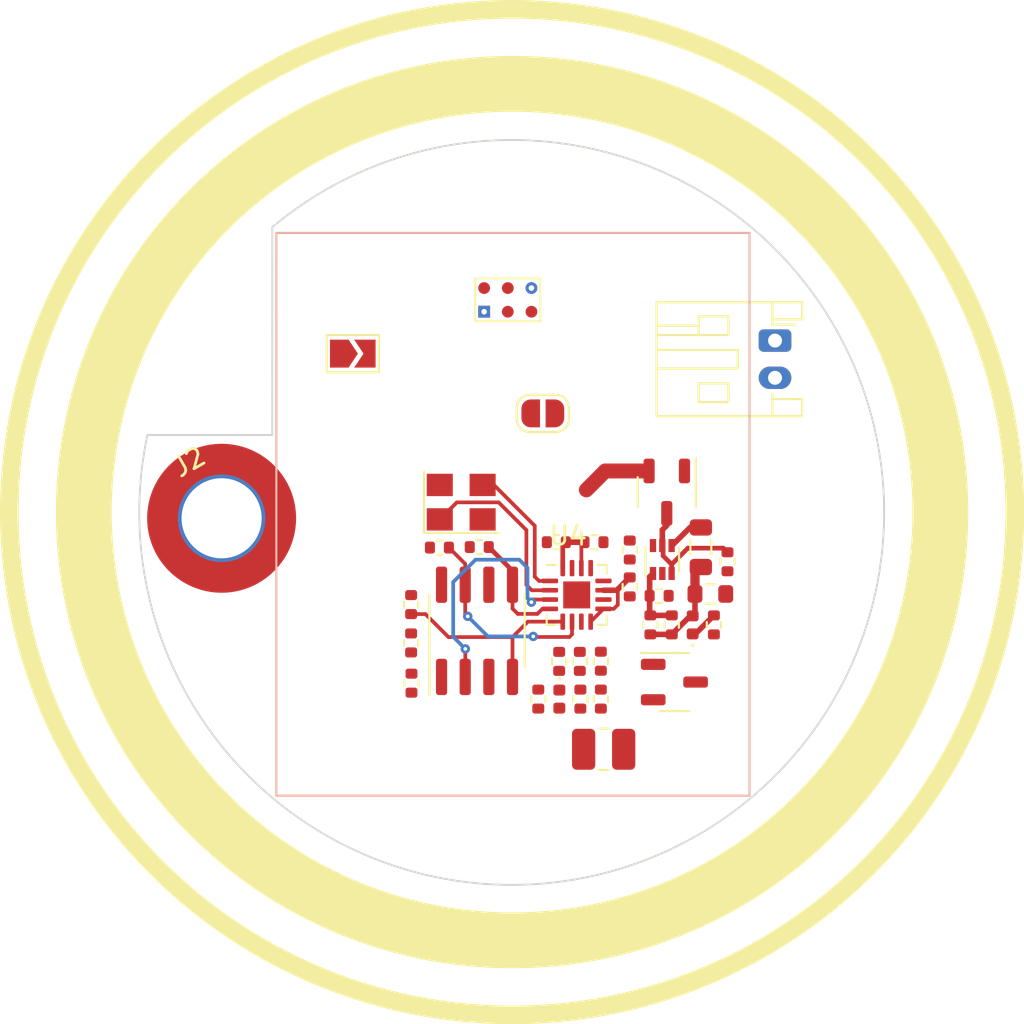
<source format=kicad_pcb>
(kicad_pcb (version 20240108) (generator "pcbnew") (generator_version "8.0")
  (layers (0 "F.Cu" signal) (31 "B.Cu" signal) (34 "B.Paste" user) (35 "F.Paste" user) (36 "B.SilkS" user "B.Silkscreen") (37 "F.SilkS" user "F.Silkscreen") (38 "B.Mask" user) (39 "F.Mask" user) (44 "Edge.Cuts" user))
  (net 0 "")
  (net 1 "Net-(BT1-+)")
  (net 2 "GND")
  (net 3 "Net-(BZ1-+)")
  (net 4 "+3V3")
  (net 5 "/~{TX_EN}")
  (net 6 "Net-(C7-Pad1)")
  (net 7 "Net-(U3-FB)")
  (net 8 "Net-(D1-K)")
  (net 9 "Net-(D1-A)")
  (net 10 "/MCU_UPDI")
  (net 11 "/MCU_SDA")
  (net 12 "/MCU_SCL")
  (net 13 "/MCU_DAC0")
  (net 14 "Net-(U3-SW)")
  (net 15 "Net-(Q1-D)")
  (net 16 "Net-(Q1-G)")
  (net 17 "Net-(U2-XA)")
  (net 18 "Net-(U2-XB)")
  (net 22 "Net-(D2-OUT)")
  (net 23 "Net-(D3-K)")
  (net 24 "/CLK2_T")
  (net 25 "/CLK2")
  (footprint "Inductor_SMD:L_1008_2520Metric" (layer "F.Cu") (at 60.5775 81.3975 180)
    (property "Reference" "L1" (hide yes))
    (property "Value" "220uH")
    (fp_line (start -0.261252 1.11) (end 0.261252 1.11) (stroke (width 0.12)) (layer "F.SilkS"))
    (fp_line (start -0.261252 -1.11) (end 0.261252 -1.11) (stroke (width 0.12)) (layer "F.SilkS"))
    (pad "1" smd roundrect (at -1.075 0 180) (size 1.25 2.2) (layers "F.Cu" "F.Paste" "F.Mask") (roundrect_rratio 0.2) (net 6 "Net-(C7-Pad1)"))
    (pad "2" smd roundrect (at 1.075 0 180) (size 1.25 2.2) (layers "F.Cu" "F.Paste" "F.Mask") (roundrect_rratio 0.2) (net 4 "+3V3"))
  )
  (footprint "Resistor_SMD:R_0402_1005Metric" (layer "F.Cu") (at 59.3275 78.7025 90)
    (property "Reference" "R6" (hide yes))
    (property "Value" "10")
    (fp_line (start -0.153641 -0.38) (end 0.153641 -0.38) (stroke (width 0.12)) (layer "F.SilkS"))
    (fp_line (start -0.153641 0.38) (end 0.153641 0.38) (stroke (width 0.12)) (layer "F.SilkS"))
    (pad "1" smd roundrect (at -0.51 0 90) (size 0.54 0.64) (layers "F.Cu" "F.Paste" "F.Mask") (net 9 "Net-(D1-A)"))
    (pad "2" smd roundrect (at 0.51 0 90) (size 0.54 0.64) (layers "F.Cu" "F.Paste" "F.Mask") (net 16 "Net-(Q1-G)"))
  )
  (footprint "Resistor_SMD:R_0402_1005Metric" (layer "F.Cu") (at 60.4275 78.7025 -90)
    (property "Reference" "R7" (hide yes))
    (property "Value" "5M")
    (fp_line (start -0.153641 0.38) (end 0.153641 0.38) (stroke (width 0.12)) (layer "F.SilkS"))
    (fp_line (start -0.153641 -0.38) (end 0.153641 -0.38) (stroke (width 0.12)) (layer "F.SilkS"))
    (pad "1" smd roundrect (at -0.51 0 270) (size 0.54 0.64) (layers "F.Cu" "F.Paste" "F.Mask") (net 16 "Net-(Q1-G)"))
    (pad "2" smd roundrect (at 0.51 0 270) (size 0.54 0.64) (layers "F.Cu" "F.Paste" "F.Mask") (net 2 "GND"))
  )
  (footprint "Resistor_SMD:R_0402_1005Metric" (layer "F.Cu") (at 53.8975 70.5375)
    (property "Reference" "R2" (hide yes))
    (property "Value" "1k8")
    (fp_line (start -0.153641 -0.38) (end 0.153641 -0.38) (stroke (width 0.12)) (layer "F.SilkS"))
    (fp_line (start -0.153641 0.38) (end 0.153641 0.38) (stroke (width 0.12)) (layer "F.SilkS"))
    (pad "1" smd roundrect (at -0.51 0) (size 0.54 0.64) (layers "F.Cu" "F.Paste" "F.Mask") (net 4 "+3V3"))
    (pad "2" smd roundrect (at 0.51 0) (size 0.54 0.64) (layers "F.Cu" "F.Paste" "F.Mask") (net 12 "/MCU_SCL"))
  )
  (footprint "Library:JST_PH_HORIZONTAL_WITH_BATTERY_3" (layer "F.Cu") (at 69.780003 59.45 -90)
    (property "Reference" "BT1" (hide yes))
    (property "Value" "JST Battery Connector" (hide yes))
    (fp_poly (pts (xy -5.779999 26.78) (xy -5.779999 1.370001) (xy 24.44 1.37) (xy 24.44 26.78)) (stroke (width 0.12)) (fill none) (layer "B.SilkS"))
    (fp_line (start -2.06 6.36) (end 4.06 6.36) (stroke (width 0.12)) (layer "F.SilkS"))
    (fp_line (start 0.5 6.36) (end 0.5 2) (stroke (width 0.12)) (layer "F.SilkS"))
    (fp_line (start 4.06 6.36) (end 4.06 -1.46) (stroke (width 0.12)) (layer "F.SilkS"))
    (fp_line (start -1.3 4.1) (end -0.3 4.1) (stroke (width 0.12)) (layer "F.SilkS"))
    (fp_line (start -0.8 4.1) (end -0.8 6.36) (stroke (width 0.12)) (layer "F.SilkS"))
    (fp_line (start -0.3 4.1) (end -0.3 6.36) (stroke (width 0.12)) (layer "F.SilkS"))
    (fp_line (start -0.3 4.1) (end -0.3 2.5) (stroke (width 0.12)) (layer "F.SilkS"))
    (fp_line (start 2.3 4.1) (end 2.3 2.5) (stroke (width 0.12)) (layer "F.SilkS"))
    (fp_line (start 3.3 4.1) (end 2.3 4.1) (stroke (width 0.12)) (layer "F.SilkS"))
    (fp_line (start -1.3 2.5) (end -1.3 4.1) (stroke (width 0.12)) (layer "F.SilkS"))
    (fp_line (start -0.3 2.5) (end -1.3 2.5) (stroke (width 0.12)) (layer "F.SilkS"))
    (fp_line (start 2.3 2.5) (end 3.3 2.5) (stroke (width 0.12)) (layer "F.SilkS"))
    (fp_line (start 3.3 2.5) (end 3.3 4.1) (stroke (width 0.12)) (layer "F.SilkS"))
    (fp_line (start 0.5 2) (end 1.5 2) (stroke (width 0.12)) (layer "F.SilkS"))
    (fp_line (start 1.5 2) (end 1.5 6.36) (stroke (width 0.12)) (layer "F.SilkS"))
    (fp_line (start -2.06 0.14) (end -1.14 0.14) (stroke (width 0.12)) (layer "F.SilkS"))
    (fp_line (start -1.14 0.14) (end -1.14 -1.46) (stroke (width 0.12)) (layer "F.SilkS"))
    (fp_line (start -0.86 0.14) (end -1.14 0.14) (stroke (width 0.12)) (layer "F.SilkS"))
    (fp_line (start -0.86 0.14) (end -0.86 -1.075) (stroke (width 0.12)) (layer "F.SilkS"))
    (fp_line (start 3.14 0.14) (end 2.86 0.14) (stroke (width 0.12)) (layer "F.SilkS"))
    (fp_line (start 4.06 0.14) (end 3.14 0.14) (stroke (width 0.12)) (layer "F.SilkS"))
    (fp_line (start -2.06 -1.46) (end -2.06 6.36) (stroke (width 0.12)) (layer "F.SilkS"))
    (fp_line (start -1.14 -1.46) (end -2.06 -1.46) (stroke (width 0.12)) (layer "F.SilkS"))
    (fp_line (start 3.14 -1.46) (end 3.14 0.14) (stroke (width 0.12)) (layer "F.SilkS"))
    (fp_line (start 4.06 -1.46) (end 3.14 -1.46) (stroke (width 0.12)) (layer "F.SilkS"))
    (pad "1" thru_hole roundrect (at 0 0 270) (size 1.2 1.75) (drill 0.75) (layers "*.Cu" "*.Mask") (roundrect_rratio 0.208333) (net 1 "Net-(BT1-+)"))
    (pad "2" thru_hole oval (at 2 0 270) (size 1.2 1.75) (drill 0.75) (layers "*.Cu" "*.Mask") (net 2 "GND"))
  )
  (footprint "Resistor_SMD:R_0402_1005Metric" (layer "F.Cu") (at 50.2375 75.6875 90)
    (property "Reference" "C1" (hide yes))
    (property "Value" "100nF")
    (fp_line (start -0.153641 -0.38) (end 0.153641 -0.38) (stroke (width 0.12)) (layer "F.SilkS"))
    (fp_line (start -0.153641 0.38) (end 0.153641 0.38) (stroke (width 0.12)) (layer "F.SilkS"))
    (pad "1" smd roundrect (at -0.51 0 90) (size 0.54 0.64) (layers "F.Cu" "F.Paste" "F.Mask") (net 4 "+3V3"))
    (pad "2" smd roundrect (at 0.51 0 90) (size 0.54 0.64) (layers "F.Cu" "F.Paste" "F.Mask") (net 2 "GND"))
  )
  (footprint "Package_TO_SOT_SMD:SOT-23-3" (layer "F.Cu") (at 64.3775 77.7875)
    (property "Reference" "Q1" (hide yes))
    (property "Value" "MMUN2238LT1G")
    (fp_line (start 0 -1.56) (end -1.8 -1.56) (stroke (width 0.12)) (layer "F.SilkS"))
    (fp_line (start 0 -1.56) (end 0.8 -1.56) (stroke (width 0.12)) (layer "F.SilkS"))
    (fp_line (start 0 1.56) (end -0.8 1.56) (stroke (width 0.12)) (layer "F.SilkS"))
    (fp_line (start 0 1.56) (end 0.8 1.56) (stroke (width 0.12)) (layer "F.SilkS"))
    (pad "1" smd roundrect (at -1.1375 -0.95) (size 1.325 0.6) (layers "F.Cu" "F.Paste" "F.Mask") (net 15 "Net-(Q1-D)"))
    (pad "2" smd roundrect (at -1.1375 0.95) (size 1.325 0.6) (layers "F.Cu" "F.Paste" "F.Mask") (net 2 "GND"))
    (pad "3" smd roundrect (at 1.1375 0) (size 1.325 0.6) (layers "F.Cu" "F.Paste" "F.Mask") (net 16 "Net-(Q1-G)"))
  )
  (footprint "Package_TO_SOT_SMD:SOT-563" (layer "F.Cu") (at 63.7275 71.2075 90)
    (property "Reference" "U3" (hide yes))
    (property "Value" "TLV62568DRL")
    (fp_line (start -0.9 -0.9) (end 0.65 -0.9) (stroke (width 0.12)) (layer "F.SilkS"))
    (fp_line (start 0.65 0.9) (end -0.65 0.9) (stroke (width 0.12)) (layer "F.SilkS"))
    (pad "1" smd rect (at -0.75 -0.5 90) (size 0.7 0.34) (layers "F.Cu" "F.Paste" "F.Mask") (net 7 "Net-(U3-FB)"))
    (pad "2" smd rect (at -0.75 0 90) (size 0.7 0.34) (layers "F.Cu" "F.Paste" "F.Mask") (net 2 "GND"))
    (pad "3" smd rect (at -0.75 0.5 90) (size 0.7 0.34) (layers "F.Cu" "F.Paste" "F.Mask") (net 22 "Net-(D2-OUT)"))
    (pad "4" smd rect (at 0.75 0.5 90) (size 0.7 0.34) (layers "F.Cu" "F.Paste" "F.Mask") (net 14 "Net-(U3-SW)"))
    (pad "5" smd rect (at 0.75 0 90) (size 0.7 0.34) (layers "F.Cu" "F.Paste" "F.Mask") (net 22 "Net-(D2-OUT)"))
    (pad "6" smd rect (at 0.75 -0.5 90) (size 0.7 0.34) (layers "F.Cu" "F.Paste" "F.Mask"))
  )
  (footprint "Resistor_SMD:R_0402_1005Metric" (layer "F.Cu") (at 61.9775 70.6975 90)
    (property "Reference" "R3" (hide yes))
    (property "Value" "0R")
    (fp_line (start -0.153641 -0.38) (end 0.153641 -0.38) (stroke (width 0.12)) (layer "F.SilkS"))
    (fp_line (start -0.153641 0.38) (end 0.153641 0.38) (stroke (width 0.12)) (layer "F.SilkS"))
    (pad "1" smd roundrect (at -0.51 0 90) (size 0.54 0.64) (layers "F.Cu" "F.Paste" "F.Mask") (net 24 "/CLK2_T"))
    (pad "2" smd roundrect (at 0.51 0 90) (size 0.54 0.64) (layers "F.Cu" "F.Paste" "F.Mask") (net 25 "/CLK2"))
  )
  (footprint "Jumper:SolderJumper-2_P1.3mm_Open_RoundedPad1.0x1.5mm" (layer "F.Cu") (at 57.31 63.36)
    (property "Reference" "BZ1" (hide yes))
    (property "Value" "Buzzer Pads")
    (fp_line (start -1.4 0.3) (end -1.4 -0.3) (stroke (width 0.12)) (layer "F.SilkS"))
    (fp_line (start -0.7 -1) (end 0.7 -1) (stroke (width 0.12)) (layer "F.SilkS"))
    (fp_line (start 0.7 1) (end -0.7 1) (stroke (width 0.12)) (layer "F.SilkS"))
    (fp_line (start 1.4 -0.3) (end 1.4 0.3) (stroke (width 0.12)) (layer "F.SilkS"))
    (fp_arc (start -1.4 -0.3) (mid -1.194975 -0.794975) (end -0.7 -1) (stroke (width 0.12)) (layer "F.SilkS"))
    (fp_arc (start -0.7 1) (mid -1.194975 0.794975) (end -1.4 0.3) (stroke (width 0.12)) (layer "F.SilkS"))
    (fp_arc (start 0.7 -1) (mid 1.194975 -0.794975) (end 1.4 -0.3) (stroke (width 0.12)) (layer "F.SilkS"))
    (fp_arc (start 1.4 0.3) (mid 1.194975 0.794975) (end 0.7 1) (stroke (width 0.12)) (layer "F.SilkS"))
    (pad "1" smd custom (at -0.65 0) (size 1 0.5) (layers "F.Cu" "F.Mask") (net 3 "Net-(BZ1-+)") (options (clearance outline) (anchor rect)) (primitives (gr_circle (center 0 0.25) (end 0.5 0.25) (width 0) (fill yes)) (gr_circle (center 0 -0.25) (end 0.5 -0.25) (width 0) (fill yes)) (gr_poly (pts (xy 0.5 0.75) (xy 0 0.75) (xy 0 -0.75) (xy 0.5 -0.75)) (width 0) (fill yes))))
    (pad "2" smd custom (at 0.65 0) (size 1 0.5) (layers "F.Cu" "F.Mask") (net 2 "GND") (options (clearance outline) (anchor rect)) (primitives (gr_circle (center 0 0.25) (end 0.5 0.25) (width 0) (fill yes)) (gr_circle (center 0 -0.25) (end 0.5 -0.25) (width 0) (fill yes)) (gr_poly (pts (xy 0 0.75) (xy -0.5 0.75) (xy -0.5 -0.75) (xy 0 -0.75)) (width 0) (fill yes))))
  )
  (footprint "Resistor_SMD:R_0402_1005Metric" (layer "F.Cu") (at 63.0875 74.7175 90)
    (property "Reference" "C8" (hide yes))
    (property "Value" "10pF")
    (fp_line (start -0.153641 -0.38) (end 0.153641 -0.38) (stroke (width 0.12)) (layer "F.SilkS"))
    (fp_line (start -0.153641 0.38) (end 0.153641 0.38) (stroke (width 0.12)) (layer "F.SilkS"))
    (pad "1" smd roundrect (at -0.51 0 90) (size 0.54 0.64) (layers "F.Cu" "F.Paste" "F.Mask") (net 4 "+3V3"))
    (pad "2" smd roundrect (at 0.51 0 90) (size 0.54 0.64) (layers "F.Cu" "F.Paste" "F.Mask") (net 7 "Net-(U3-FB)"))
  )
  (footprint "Package_SO:SOIC-8_3.9x4.9mm_P1.27mm" (layer "F.Cu") (at 53.7775 75.0375 90)
    (property "Reference" "U1" (hide yes))
    (property "Value" "ATtiny412-SS")
    (fp_line (start 0 -2.56) (end 1.95 -2.56) (stroke (width 0.12)) (layer "F.SilkS"))
    (fp_line (start 0 -2.56) (end -3.45 -2.56) (stroke (width 0.12)) (layer "F.SilkS"))
    (fp_line (start 0 2.56) (end 1.95 2.56) (stroke (width 0.12)) (layer "F.SilkS"))
    (fp_line (start 0 2.56) (end -1.95 2.56) (stroke (width 0.12)) (layer "F.SilkS"))
    (pad "1" smd roundrect (at -2.475 -1.905 90) (size 1.95 0.6) (layers "F.Cu" "F.Paste" "F.Mask") (net 4 "+3V3"))
    (pad "2" smd roundrect (at -2.475 -0.635 90) (size 1.95 0.6) (layers "F.Cu" "F.Paste" "F.Mask") (net 13 "/MCU_DAC0"))
    (pad "3" smd roundrect (at -2.475 0.635 90) (size 1.95 0.6) (layers "F.Cu" "F.Paste" "F.Mask") (net 9 "Net-(D1-A)"))
    (pad "4" smd roundrect (at -2.475 1.905 90) (size 1.95 0.6) (layers "F.Cu" "F.Paste" "F.Mask") (net 11 "/MCU_SDA"))
    (pad "5" smd roundrect (at 2.475 1.905 90) (size 1.95 0.6) (layers "F.Cu" "F.Paste" "F.Mask") (net 12 "/MCU_SCL"))
    (pad "6" smd roundrect (at 2.475 0.635 90) (size 1.95 0.6) (layers "F.Cu" "F.Paste" "F.Mask") (net 10 "/MCU_UPDI"))
    (pad "7" smd roundrect (at 2.475 -0.635 90) (size 1.95 0.6) (layers "F.Cu" "F.Paste" "F.Mask") (net 5 "/~{TX_EN}"))
    (pad "8" smd roundrect (at 2.475 -1.905 90) (size 1.95 0.6) (layers "F.Cu" "F.Paste" "F.Mask") (net 2 "GND"))
  )
  (footprint "Resistor_SMD:R_0402_1005Metric" (layer "F.Cu") (at 63.5575 73.1575)
    (property "Reference" "R10" (hide yes))
    (property "Value" "22k")
    (fp_line (start -0.153641 -0.38) (end 0.153641 -0.38) (stroke (width 0.12)) (layer "F.SilkS"))
    (fp_line (start -0.153641 0.38) (end 0.153641 0.38) (stroke (width 0.12)) (layer "F.SilkS"))
    (pad "1" smd roundrect (at -0.51 0) (size 0.54 0.64) (layers "F.Cu" "F.Paste" "F.Mask") (net 7 "Net-(U3-FB)"))
    (pad "2" smd roundrect (at 0.51 0) (size 0.54 0.64) (layers "F.Cu" "F.Paste" "F.Mask") (net 2 "GND"))
  )
  (footprint "LED_SMD:LED_0402_1005Metric" (layer "F.Cu") (at 58.1975 78.7025 -90)
    (property "Reference" "D1" (hide yes))
    (property "Value" "RED")
    (fp_circle (center -1.09 0) (end -1.04 0) (stroke (width 0.1)) (fill none) (layer "F.SilkS"))
    (pad "1" smd roundrect (at -0.485 0 270) (size 0.59 0.64) (layers "F.Cu" "F.Paste" "F.Mask") (net 8 "Net-(D1-K)"))
    (pad "2" smd roundrect (at 0.485 0 270) (size 0.59 0.64) (layers "F.Cu" "F.Paste" "F.Mask") (net 9 "Net-(D1-A)"))
  )
  (footprint "Resistor_SMD:R_0402_1005Metric" (layer "F.Cu") (at 51.7575 70.5675)
    (property "Reference" "C6" (hide yes))
    (property "Value" "100nF")
    (fp_line (start -0.153641 -0.38) (end 0.153641 -0.38) (stroke (width 0.12)) (layer "F.SilkS"))
    (fp_line (start -0.153641 0.38) (end 0.153641 0.38) (stroke (width 0.12)) (layer "F.SilkS"))
    (pad "1" smd roundrect (at -0.51 0) (size 0.54 0.64) (layers "F.Cu" "F.Paste" "F.Mask") (net 2 "GND"))
    (pad "2" smd roundrect (at 0.51 0) (size 0.54 0.64) (layers "F.Cu" "F.Paste" "F.Mask") (net 5 "/~{TX_EN}"))
  )
  (footprint "Resistor_SMD:R_0402_1005Metric" (layer "F.Cu") (at 50.2375 73.6275 -90)
    (property "Reference" "R1" (hide yes))
    (property "Value" "1k8")
    (fp_line (start -0.153641 0.38) (end 0.153641 0.38) (stroke (width 0.12)) (layer "F.SilkS"))
    (fp_line (start -0.153641 -0.38) (end 0.153641 -0.38) (stroke (width 0.12)) (layer "F.SilkS"))
    (pad "1" smd roundrect (at -0.51 0 270) (size 0.54 0.64) (layers "F.Cu" "F.Paste" "F.Mask") (net 4 "+3V3"))
    (pad "2" smd roundrect (at 0.51 0 270) (size 0.54 0.64) (layers "F.Cu" "F.Paste" "F.Mask") (net 11 "/MCU_SDA"))
  )
  (footprint "Library:Case" (layer "F.Cu") (at 55.66 68.66)
    (property "Reference" "U4" (at 3.0175 1.2725 0) (layer "F.SilkS"))
    (property "Value" "~")
    (fp_circle (center 0 0) (end 23 0) (stroke (width 3)) (fill none) (layer "F.SilkS"))
    (fp_circle (center 0 0) (end 27 0) (stroke (width 1)) (fill none) (layer "F.SilkS"))
  )
  (footprint "Resistor_SMD:R_0402_1005Metric" (layer "F.Cu") (at 66.4975 74.7175 -90)
    (property "Reference" "R11" (hide yes))
    (property "Value" "100")
    (fp_line (start -0.153641 0.38) (end 0.153641 0.38) (stroke (width 0.12)) (layer "F.SilkS"))
    (fp_line (start -0.153641 -0.38) (end 0.153641 -0.38) (stroke (width 0.12)) (layer "F.SilkS"))
    (pad "1" smd roundrect (at -0.51 0 270) (size 0.54 0.64) (layers "F.Cu" "F.Paste" "F.Mask") (net 23 "Net-(D3-K)"))
    (pad "2" smd roundrect (at 0.51 0 270) (size 0.54 0.64) (layers "F.Cu" "F.Paste" "F.Mask") (net 2 "GND"))
  )
  (footprint "Resistor_SMD:R_0402_1005Metric" (layer "F.Cu") (at 61.9775 72.6775 -90)
    (property "Reference" "C3" (hide yes))
    (property "Value" "100nF")
    (fp_line (start -0.153641 0.38) (end 0.153641 0.38) (stroke (width 0.12)) (layer "F.SilkS"))
    (fp_line (start -0.153641 -0.38) (end 0.153641 -0.38) (stroke (width 0.12)) (layer "F.SilkS"))
    (pad "1" smd roundrect (at -0.51 0 270) (size 0.54 0.64) (layers "F.Cu" "F.Paste" "F.Mask") (net 4 "+3V3"))
    (pad "2" smd roundrect (at 0.51 0 270) (size 0.54 0.64) (layers "F.Cu" "F.Paste" "F.Mask") (net 2 "GND"))
  )
  (footprint "Library:Crystal_SMD_Kyocera_CX3225SB-4Pin_3.2x2.5mm" (layer "F.Cu") (at 52.9275 68.1275)
    (property "Reference" "Y1" (hide yes))
    (property "Value" "25MHz")
    (fp_line (start -2 -1.65) (end -2 1.65) (stroke (width 0.12)) (layer "F.SilkS"))
    (fp_line (start -2 1.65) (end 2 1.65) (stroke (width 0.12)) (layer "F.SilkS"))
    (pad "1" smd rect (at -1.15 0.925) (size 1.4 1.2) (layers "F.Cu" "F.Paste" "F.Mask") (net 18 "Net-(U2-XB)"))
    (pad "2" smd rect (at 1.15 0.925) (size 1.4 1.2) (layers "F.Cu" "F.Paste" "F.Mask") (net 2 "GND"))
    (pad "3" smd rect (at 1.15 -0.925) (size 1.4 1.2) (layers "F.Cu" "F.Paste" "F.Mask") (net 17 "Net-(U2-XA)"))
    (pad "4" smd rect (at -1.15 -0.925) (size 1.4 1.2) (layers "F.Cu" "F.Paste" "F.Mask") (net 2 "GND"))
  )
  (footprint "Resistor_SMD:R_0402_1005Metric" (layer "F.Cu") (at 58.1875 76.6775 90)
    (property "Reference" "C7" (hide yes))
    (property "Value" "100nF")
    (fp_line (start -0.153641 -0.38) (end 0.153641 -0.38) (stroke (width 0.12)) (layer "F.SilkS"))
    (fp_line (start -0.153641 0.38) (end 0.153641 0.38) (stroke (width 0.12)) (layer "F.SilkS"))
    (pad "1" smd roundrect (at -0.51 0 90) (size 0.54 0.64) (layers "F.Cu" "F.Paste" "F.Mask") (net 6 "Net-(C7-Pad1)"))
    (pad "2" smd roundrect (at 0.51 0 90) (size 0.54 0.64) (layers "F.Cu" "F.Paste" "F.Mask") (net 3 "Net-(BZ1-+)"))
  )
  (footprint "Resistor_SMD:R_0402_1005Metric" (layer "F.Cu") (at 60.0575 70.2775)
    (property "Reference" "C5" (hide yes))
    (property "Value" "10uF")
    (fp_line (start -0.153641 -0.38) (end 0.153641 -0.38) (stroke (width 0.12)) (layer "F.SilkS"))
    (fp_line (start -0.153641 0.38) (end 0.153641 0.38) (stroke (width 0.12)) (layer "F.SilkS"))
    (pad "1" smd roundrect (at -0.51 0) (size 0.54 0.64) (layers "F.Cu" "F.Paste" "F.Mask") (net 4 "+3V3"))
    (pad "2" smd roundrect (at 0.51 0) (size 0.54 0.64) (layers "F.Cu" "F.Paste" "F.Mask") (net 2 "GND"))
  )
  (footprint "LED_SMD:LED_0402_1005Metric" (layer "F.Cu") (at 65.3575 74.7175 90)
    (property "Reference" "D3" (hide yes))
    (property "Value" "RED")
    (fp_circle (center -1.09 0) (end -1.04 0) (stroke (width 0.1)) (fill none) (layer "F.SilkS"))
    (pad "1" smd roundrect (at -0.485 0 90) (size 0.59 0.64) (layers "F.Cu" "F.Paste" "F.Mask") (net 23 "Net-(D3-K)"))
    (pad "2" smd roundrect (at 0.485 0 90) (size 0.59 0.64) (layers "F.Cu" "F.Paste" "F.Mask") (net 4 "+3V3"))
  )
  (footprint "Package_DFN_QFN:QFN-16-1EP_3x3mm_P0.5mm_EP1.45x1.45mm" (layer "F.Cu") (at 59.13 73.1075)
    (property "Reference" "U2" (hide yes))
    (property "Value" "Si5351B-B-GM1")
    (fp_line (start -1.61 1.61) (end -1.61 1.135) (stroke (width 0.12)) (layer "F.SilkS"))
    (fp_line (start -1.135 -1.61) (end -1.61 -1.61) (stroke (width 0.12)) (layer "F.SilkS"))
    (fp_line (start -1.135 1.61) (end -1.61 1.61) (stroke (width 0.12)) (layer "F.SilkS"))
    (fp_line (start 1.135 -1.61) (end 1.61 -1.61) (stroke (width 0.12)) (layer "F.SilkS"))
    (fp_line (start 1.135 1.61) (end 1.61 1.61) (stroke (width 0.12)) (layer "F.SilkS"))
    (fp_line (start 1.61 -1.61) (end 1.61 -1.135) (stroke (width 0.12)) (layer "F.SilkS"))
    (fp_line (start 1.61 1.61) (end 1.61 1.135) (stroke (width 0.12)) (layer "F.SilkS"))
    (pad "1" smd roundrect (at -1.4375 -0.75) (size 0.875 0.25) (layers "F.Cu" "F.Paste" "F.Mask") (net 17 "Net-(U2-XA)"))
    (pad "2" smd roundrect (at -1.4375 -0.25) (size 0.875 0.25) (layers "F.Cu" "F.Paste" "F.Mask") (net 18 "Net-(U2-XB)"))
    (pad "3" smd roundrect (at -1.4375 0.25) (size 0.875 0.25) (layers "F.Cu" "F.Paste" "F.Mask") (net 13 "/MCU_DAC0"))
    (pad "4" smd roundrect (at -1.4375 0.75) (size 0.875 0.25) (layers "F.Cu" "F.Paste" "F.Mask") (net 12 "/MCU_SCL"))
    (pad "5" smd roundrect (at -0.75 1.4375) (size 0.25 0.875) (layers "F.Cu" "F.Paste" "F.Mask") (net 11 "/MCU_SDA"))
    (pad "6" smd roundrect (at -0.25 1.4375) (size 0.25 0.875) (layers "F.Cu" "F.Paste" "F.Mask") (net 5 "/~{TX_EN}"))
    (pad "7" smd roundrect (at 0.25 1.4375) (size 0.25 0.875) (layers "F.Cu" "F.Paste" "F.Mask"))
    (pad "8" smd roundrect (at 0.75 1.4375) (size 0.25 0.875) (layers "F.Cu" "F.Paste" "F.Mask") (net 4 "+3V3"))
    (pad "9" smd roundrect (at 1.4375 0.75) (size 0.875 0.25) (layers "F.Cu" "F.Paste" "F.Mask") (net 4 "+3V3"))
    (pad "10" smd roundrect (at 1.4375 0.25) (size 0.875 0.25) (layers "F.Cu" "F.Paste" "F.Mask"))
    (pad "11" smd roundrect (at 1.4375 -0.25) (size 0.875 0.25) (layers "F.Cu" "F.Paste" "F.Mask") (net 4 "+3V3"))
    (pad "12" smd roundrect (at 1.4375 -0.75) (size 0.875 0.25) (layers "F.Cu" "F.Paste" "F.Mask"))
    (pad "13" smd roundrect (at 0.75 -1.4375) (size 0.25 0.875) (layers "F.Cu" "F.Paste" "F.Mask") (net 24 "/CLK2_T"))
    (pad "14" smd roundrect (at 0.25 -1.4375) (size 0.25 0.875) (layers "F.Cu" "F.Paste" "F.Mask") (net 4 "+3V3"))
    (pad "15" smd roundrect (at -0.25 -1.4375) (size 0.25 0.875) (layers "F.Cu" "F.Paste" "F.Mask") (net 2 "GND"))
    (pad "16" smd roundrect (at -0.75 -1.4375) (size 0.25 0.875) (layers "F.Cu" "F.Paste" "F.Mask") (net 4 "+3V3"))
    (pad "17" smd rect (at 0 0) (size 1.45 1.45) (layers "F.Cu" "F.Mask"))
  )
  (footprint "Library:MountingHole_4.3mm_Pad_Coaxial_2" (layer "F.Cu") (at 40.061649 68.992143 30)
    (property "Reference" "J2" (at 0 -3.5 30) (layer "F.SilkS"))
    (property "Value" "Conn_Coaxial")
    (pad "1" thru_hole circle (at 0 0 30) (size 4.7 4.7) (drill 4.3) (layers "*.Cu" "F.Mask") (net 25 "/CLK2"))
    (pad "1" connect circle (at 0 0 30) (size 8 8) (layers "F.Cu" "F.Mask") (net 25 "/CLK2"))
  )
  (footprint "Resistor_SMD:R_0402_1005Metric" (layer "F.Cu") (at 67.2275 71.3275 -90)
    (property "Reference" "C10" (hide yes))
    (property "Value" "4.7uF")
    (fp_line (start -0.153641 0.38) (end 0.153641 0.38) (stroke (width 0.12)) (layer "F.SilkS"))
    (fp_line (start -0.153641 -0.38) (end 0.153641 -0.38) (stroke (width 0.12)) (layer "F.SilkS"))
    (pad "1" smd roundrect (at -0.51 0 270) (size 0.54 0.64) (layers "F.Cu" "F.Paste" "F.Mask") (net 22 "Net-(D2-OUT)"))
    (pad "2" smd roundrect (at 0.51 0 270) (size 0.54 0.64) (layers "F.Cu" "F.Paste" "F.Mask") (net 2 "GND"))
  )
  (footprint "Resistor_SMD:R_0402_1005Metric" (layer "F.Cu") (at 58.0375 70.2775 180)
    (property "Reference" "C4" (hide yes))
    (property "Value" "100nF")
    (fp_line (start -0.153641 0.38) (end 0.153641 0.38) (stroke (width 0.12)) (layer "F.SilkS"))
    (fp_line (start -0.153641 -0.38) (end 0.153641 -0.38) (stroke (width 0.12)) (layer "F.SilkS"))
    (pad "1" smd roundrect (at -0.51 0 180) (size 0.54 0.64) (layers "F.Cu" "F.Paste" "F.Mask") (net 4 "+3V3"))
    (pad "2" smd roundrect (at 0.51 0 180) (size 0.54 0.64) (layers "F.Cu" "F.Paste" "F.Mask") (net 2 "GND"))
  )
  (footprint "Jumper:SolderJumper-2_P1.3mm_Open_TrianglePad1.0x1.5mm" (layer "F.Cu") (at 47.105 60.15)
    (property "Reference" "JP1" (hide yes))
    (property "Value" "Jumper_2_Open")
    (fp_line (start -1.4 -1) (end 1.4 -1) (stroke (width 0.12)) (layer "F.SilkS"))
    (fp_line (start -1.4 1) (end -1.4 -1) (stroke (width 0.12)) (layer "F.SilkS"))
    (fp_line (start 1.4 -1) (end 1.4 1) (stroke (width 0.12)) (layer "F.SilkS"))
    (fp_line (start 1.4 1) (end -1.4 1) (stroke (width 0.12)) (layer "F.SilkS"))
    (pad "1" smd custom (at -0.725 0) (size 0.3 0.3) (layers "F.Cu" "F.Mask") (net 5 "/~{TX_EN}") (options (clearance outline) (anchor rect)) (primitives (gr_poly (pts (xy 1 0) (xy 0.5 0.75) (xy -0.5 0.75) (xy -0.5 -0.75) (xy 0.5 -0.75)) (width 0) (fill yes))))
    (pad "2" smd custom (at 0.725 0) (size 0.3 0.3) (layers "F.Cu" "F.Mask") (net 2 "GND") (options (clearance outline) (anchor rect)) (primitives (gr_poly (pts (xy 0.5 0.75) (xy -0.65 0.75) (xy -0.15 0) (xy -0.65 -0.75) (xy 0.5 -0.75)) (width 0) (fill yes))))
  )
  (footprint "Resistor_SMD:R_0603_1608Metric" (layer "F.Cu") (at 66.3075 73.0575)
    (property "Reference" "C9" (hide yes))
    (property "Value" "22uF")
    (fp_line (start -0.237258 -0.5225) (end 0.237258 -0.5225) (stroke (width 0.12)) (layer "F.SilkS"))
    (fp_line (start -0.237258 0.5225) (end 0.237258 0.5225) (stroke (width 0.12)) (layer "F.SilkS"))
    (pad "1" smd roundrect (at -0.825 0) (size 0.8 0.95) (layers "F.Cu" "F.Paste" "F.Mask") (net 4 "+3V3"))
    (pad "2" smd roundrect (at 0.825 0) (size 0.8 0.95) (layers "F.Cu" "F.Paste" "F.Mask") (net 2 "GND"))
  )
  (footprint "Resistor_SMD:R_0402_1005Metric" (layer "F.Cu") (at 60.4275 76.6675 -90)
    (property "Reference" "R5" (hide yes))
    (property "Value" "10")
    (fp_line (start -0.153641 0.38) (end 0.153641 0.38) (stroke (width 0.12)) (layer "F.SilkS"))
    (fp_line (start -0.153641 -0.38) (end 0.153641 -0.38) (stroke (width 0.12)) (layer "F.SilkS"))
    (pad "1" smd roundrect (at -0.51 0 270) (size 0.54 0.64) (layers "F.Cu" "F.Paste" "F.Mask") (net 15 "Net-(Q1-D)"))
    (pad "2" smd roundrect (at 0.51 0 270) (size 0.54 0.64) (layers "F.Cu" "F.Paste" "F.Mask") (net 6 "Net-(C7-Pad1)"))
  )
  (footprint "Resistor_SMD:R_0402_1005Metric" (layer "F.Cu") (at 59.2975 76.6775 -90)
    (property "Reference" "R4" (hide yes))
    (property "Value" "10k")
    (fp_line (start -0.153641 0.38) (end 0.153641 0.38) (stroke (width 0.12)) (layer "F.SilkS"))
    (fp_line (start -0.153641 -0.38) (end 0.153641 -0.38) (stroke (width 0.12)) (layer "F.SilkS"))
    (pad "1" smd roundrect (at -0.51 0 270) (size 0.54 0.64) (layers "F.Cu" "F.Paste" "F.Mask") (net 3 "Net-(BZ1-+)"))
    (pad "2" smd roundrect (at 0.51 0 270) (size 0.54 0.64) (layers "F.Cu" "F.Paste" "F.Mask") (net 2 "GND"))
  )
  (footprint "Resistor_SMD:R_0402_1005Metric" (layer "F.Cu") (at 57.0675 78.7025 -90)
    (property "Reference" "R8" (hide yes))
    (property "Value" "100")
    (fp_line (start -0.153641 0.38) (end 0.153641 0.38) (stroke (width 0.12)) (layer "F.SilkS"))
    (fp_line (start -0.153641 -0.38) (end 0.153641 -0.38) (stroke (width 0.12)) (layer "F.SilkS"))
    (pad "1" smd roundrect (at -0.51 0 270) (size 0.54 0.64) (layers "F.Cu" "F.Paste" "F.Mask") (net 8 "Net-(D1-K)"))
    (pad "2" smd roundrect (at 0.51 0 270) (size 0.54 0.64) (layers "F.Cu" "F.Paste" "F.Mask") (net 2 "GND"))
  )
  (footprint "Package_TO_SOT_SMD:SOT-23-3" (layer "F.Cu") (at 63.9675 67.59 -90)
    (property "Reference" "D2" (hide yes))
    (property "Value" "CM1213A-01SO")
    (fp_line (start 0 1.56) (end -0.8 1.56) (stroke (width 0.12)) (layer "F.SilkS"))
    (fp_line (start 0 1.56) (end 0.8 1.56) (stroke (width 0.12)) (layer "F.SilkS"))
    (fp_line (start 0 -1.56) (end -1.8 -1.56) (stroke (width 0.12)) (layer "F.SilkS"))
    (fp_line (start 0 -1.56) (end 0.8 -1.56) (stroke (width 0.12)) (layer "F.SilkS"))
    (pad "1" smd roundrect (at -1.1375 -0.95 270) (size 1.325 0.6) (layers "F.Cu" "F.Paste" "F.Mask") (net 2 "GND"))
    (pad "2" smd roundrect (at -1.1375 0.95 270) (size 1.325 0.6) (layers "F.Cu" "F.Paste" "F.Mask") (net 1 "Net-(BT1-+)"))
    (pad "3" smd roundrect (at 1.1375 0 270) (size 1.325 0.6) (layers "F.Cu" "F.Paste" "F.Mask") (net 22 "Net-(D2-OUT)"))
  )
  (footprint "Resistor_SMD:R_0402_1005Metric" (layer "F.Cu") (at 50.2575 77.8475 90)
    (property "Reference" "C2" (hide yes))
    (property "Value" "10uF")
    (fp_line (start -0.153641 -0.38) (end 0.153641 -0.38) (stroke (width 0.12)) (layer "F.SilkS"))
    (fp_line (start -0.153641 0.38) (end 0.153641 0.38) (stroke (width 0.12)) (layer "F.SilkS"))
    (pad "1" smd roundrect (at -0.51 0 90) (size 0.54 0.64) (layers "F.Cu" "F.Paste" "F.Mask") (net 4 "+3V3"))
    (pad "2" smd roundrect (at 0.51 0 90) (size 0.54 0.64) (layers "F.Cu" "F.Paste" "F.Mask") (net 2 "GND"))
  )
  (footprint "Resistor_SMD:R_0402_1005Metric" (layer "F.Cu") (at 64.2375 74.7175 90)
    (property "Reference" "R9" (hide yes))
    (property "Value" "120k")
    (fp_line (start -0.153641 -0.38) (end 0.153641 -0.38) (stroke (width 0.12)) (layer "F.SilkS"))
    (fp_line (start -0.153641 0.38) (end 0.153641 0.38) (stroke (width 0.12)) (layer "F.SilkS"))
    (pad "1" smd roundrect (at -0.51 0 90) (size 0.54 0.64) (layers "F.Cu" "F.Paste" "F.Mask") (net 4 "+3V3"))
    (pad "2" smd roundrect (at 0.51 0 90) (size 0.54 0.64) (layers "F.Cu" "F.Paste" "F.Mask") (net 7 "Net-(U3-FB)"))
  )
  (footprint "Library:2x3_1.27mm_Pogo_Header" (layer "F.Cu") (at 55.43 57.264998 90)
    (property "Reference" "J1" (hide yes))
    (property "Value" "1.27mm Pogo Pads")
    (fp_rect (start -1.15 -1.75) (end 1.15 1.75) (stroke (width 0.1)) (fill none) (layer "F.SilkS"))
    (pad "1" thru_hole rect (at -0.635 -1.27) (size 0.635 0.635) (drill 0.3) (layers "*.Cu" "*.Mask") (net 10 "/MCU_UPDI"))
    (pad "2" smd circle (at 0.635001 -1.27) (size 0.635 0.635) (layers "F.Cu" "F.Paste" "F.Mask") (net 4 "+3V3"))
    (pad "3" smd circle (at -0.635 0.000001) (size 0.635 0.635) (layers "F.Cu" "F.Paste" "F.Mask") (net 11 "/MCU_SDA"))
    (pad "4" smd circle (at 0.635 -0.000002) (size 0.635 0.635) (layers "F.Cu" "F.Paste" "F.Mask") (net 12 "/MCU_SCL"))
    (pad "5" smd circle (at -0.634999 1.270001) (size 0.635 0.635) (layers "F.Cu" "F.Paste" "F.Mask") (net 13 "/MCU_DAC0"))
    (pad "6" thru_hole circle (at 0.635 1.270001) (size 0.635 0.635) (drill 0.3) (layers "*.Cu" "*.Mask") (net 2 "GND"))
  )
  (footprint "Inductor_SMD:L_0805_2012Metric" (layer "F.Cu") (at 65.7975 70.5475 -90)
    (property "Reference" "L2" (hide yes))
    (property "Value" "4.7uH")
    (fp_line (start -0.399622 0.56) (end 0.399622 0.56) (stroke (width 0.12)) (layer "F.SilkS"))
    (fp_line (start -0.399622 -0.56) (end 0.399622 -0.56) (stroke (width 0.12)) (layer "F.SilkS"))
    (pad "1" smd roundrect (at -1.0625 0 270) (size 0.875 1.2) (layers "F.Cu" "F.Paste" "F.Mask") (net 14 "Net-(U3-SW)"))
    (pad "2" smd roundrect (at 1.0625 0 270) (size 0.875 1.2) (layers "F.Cu" "F.Paste" "F.Mask") (net 4 "+3V3"))
  )
  (gr_line (start 36.077046 64.521005) (end 42.78 64.52) (stroke (width 0.1)) (layer "Edge.Cuts"))
  (gr_arc (start 36.245643 73.563813) (mid 35.643472 69.052064) (end 36.077046 64.521005) (stroke (width 0.1)) (layer "Edge.Cuts"))
  (gr_arc (start 42.784247 53.358353) (mid 75.64 68.683854) (end 42.777183 83.9942) (stroke (width 0.1)) (layer "Edge.Cuts"))
  (gr_arc (start 42.777182 83.994202) (mid 38.689201 79.293879) (end 36.245644 73.563813) (stroke (width 0.1)) (layer "Edge.Cuts"))
  (gr_line (start 42.784247 53.358353) (end 42.78 64.52) (stroke (width 0.1)) (layer "Edge.Cuts"))
  (segment (start 59.647499 67.467498) (end 60.662497 66.4525) (width 0.8) (layer "F.Cu") (net 1))
  (segment (start 60.662497 66.4525) (end 62.7875 66.4525) (width 0.8) (layer "F.Cu") (net 1))
  (segment (start 58.38 71.67) (end 58.38 70.4) (width 0.25) (layer "F.Cu") (net 4))
  (segment (start 60.5675 72.8575) (end 61.2875 72.8575) (width 0.3) (layer "F.Cu") (net 4))
  (segment (start 65.4825 71.925) (end 65.7975 71.61) (width 0.5) (layer "F.Cu") (net 4))
  (segment (start 59.38 71.67) (end 59.38 70.405) (width 0.2) (layer "F.Cu") (net 4))
  (segment (start 65.2325 74.2325) (end 64.2375 75.2275) (width 0.3) (layer "F.Cu") (net 4))
  (segment (start 60.5675 73.8575) (end 61.1175 73.8575) (width 0.2) (layer "F.Cu") (net 4))
  (segment (start 58.5475 70.2775) (end 59.5475 70.2775) (width 0.3) (layer "F.Cu") (net 4))
  (segment (start 61.2875 72.8575) (end 61.9775 72.1675) (width 0.3) (layer "F.Cu") (net 4))
  (segment (start 65.4825 74.1075) (end 65.3575 74.2325) (width 0.3) (layer "F.Cu") (net 4))
  (segment (start 59.38 70.405) (end 59.5075 70.2775) (width 0.2) (layer "F.Cu") (net 4))
  (segment (start 59.88 74.545) (end 60.5675 73.8575) (width 0.2) (layer "F.Cu") (net 4))
  (segment (start 61.3375 73.6375) (end 61.3375 72.9075) (width 0.2) (layer "F.Cu") (net 4))
  (segment (start 65.3575 74.2325) (end 65.2325 74.2325) (width 0.3) (layer "F.Cu") (net 4))
  (segment (start 63.0875 75.2275) (end 64.2375 75.2275) (width 0.3) (layer "F.Cu") (net 4))
  (segment (start 61.1175 73.8575) (end 61.3375 73.6375) (width 0.2) (layer "F.Cu") (net 4))
  (segment (start 65.4825 73.0575) (end 65.4825 71.925) (width 0.5) (layer "F.Cu") (net 4))
  (segment (start 61.3375 72.9075) (end 61.2875 72.8575) (width 0.2) (layer "F.Cu") (net 4))
  (segment (start 65.4825 73.0575) (end 65.4825 74.1075) (width 0.3) (layer "F.Cu") (net 4))
  (segment (start 53.2775 74.2575) (end 53.1425 74.1225) (width 0.2) (layer "F.Cu") (net 5))
  (segment (start 56.8275 75.3675) (end 56.7975 75.3375) (width 0.2) (layer "F.Cu") (net 5))
  (segment (start 53.1425 71.4425) (end 53.1425 72.5625) (width 0.2) (layer "F.Cu") (net 5))
  (segment (start 52.2675 70.5675) (end 53.1425 71.4425) (width 0.2) (layer "F.Cu") (net 5))
  (segment (start 58.88 74.545) (end 58.88 75.225) (width 0.2) (layer "F.Cu") (net 5))
  (segment (start 53.1425 74.1225) (end 53.1425 72.5625) (width 0.2) (layer "F.Cu") (net 5))
  (segment (start 58.7375 75.3675) (end 56.8275 75.3675) (width 0.2) (layer "F.Cu") (net 5))
  (segment (start 58.88 75.225) (end 58.7375 75.3675) (width 0.2) (layer "F.Cu") (net 5))
  (segment (start 58.8775 74.5475) (end 58.88 74.545) (width 0.2) (layer "F.Cu") (net 5))
  (via (at 56.7975 75.3375) (size 0.5) (drill 0.2) (layers "F.Cu" "B.Cu") (net 5))
  (via (at 53.2775 74.2575) (size 0.5) (drill 0.2) (layers "F.Cu" "B.Cu") (net 5))
  (segment (start 53.2775 74.2575) (end 54.2625 75.2425) (width 0.2) (layer "B.Cu") (net 5))
  (segment (start 56.7975 75.3375) (end 54.3575 75.3375) (width 0.2) (layer "B.Cu") (net 5))
  (segment (start 54.3575 75.3375) (end 54.2625 75.2425) (width 0.2) (layer "B.Cu") (net 5))
  (segment (start 63.0475 74.1675) (end 63.0875 74.2075) (width 0.3) (layer "F.Cu") (net 7))
  (segment (start 63.2275 71.9575) (end 63.0475 72.1375) (width 0.3) (layer "F.Cu") (net 7))
  (segment (start 63.0875 74.2075) (end 64.2375 74.2075) (width 0.3) (layer "F.Cu") (net 7))
  (segment (start 63.0475 72.1375) (end 63.0475 73.1575) (width 0.3) (layer "F.Cu") (net 7))
  (segment (start 63.0475 73.1575) (end 63.0475 74.1675) (width 0.3) (layer "F.Cu") (net 7))
  (segment (start 52.2425 75.3725) (end 55.6825 75.3725) (width 0.2) (layer "F.Cu") (net 11))
  (segment (start 55.6825 77.5125) (end 55.6825 75.3725) (width 0.2) (layer "F.Cu") (net 11))
  (segment (start 56.51 74.545) (end 58.38 74.545) (width 0.2) (layer "F.Cu") (net 11))
  (segment (start 55.6825 75.3725) (end 56.51 74.545) (width 0.2) (layer "F.Cu") (net 11))
  (segment (start 50.2375 74.1375) (end 51.0075 74.1375) (width 0.2) (layer "F.Cu") (net 11))
  (segment (start 51.0075 74.1375) (end 52.2425 75.3725) (width 0.2) (layer "F.Cu") (net 11))
  (segment (start 57.0175 74.1275) (end 57.2875 73.8575) (width 0.2) (layer "F.Cu") (net 12))
  (segment (start 57.2875 73.8575) (end 57.6925 73.8575) (width 0.2) (layer "F.Cu") (net 12))
  (segment (start 55.6825 72.5625) (end 55.6825 73.8425) (width 0.2) (layer "F.Cu") (net 12))
  (segment (start 55.6825 71.8125) (end 55.6825 72.5625) (width 0.25) (layer "F.Cu") (net 12))
  (segment (start 55.6825 73.8425) (end 55.9675 74.1275) (width 0.2) (layer "F.Cu") (net 12))
  (segment (start 55.9675 74.1275) (end 57.0175 74.1275) (width 0.2) (layer "F.Cu") (net 12))
  (segment (start 54.4075 70.5375) (end 55.6825 71.8125) (width 0.25) (layer "F.Cu") (net 12))
  (segment (start 53.1475 76.0075) (end 53.1475 77.5075) (width 0.2) (layer "F.Cu") (net 13))
  (segment (start 57.6925 73.3575) (end 56.8375 73.3575) (width 0.2) (layer "F.Cu") (net 13))
  (segment (start 53.1475 77.5075) (end 53.1425 77.5125) (width 0.2) (layer "F.Cu") (net 13))
  (segment (start 56.8375 73.3575) (end 56.6975 73.4975) (width 0.2) (layer "F.Cu") (net 13))
  (via (at 56.6975 73.4975) (size 0.5) (drill 0.2) (layers "F.Cu" "B.Cu") (net 13))
  (via (at 53.1475 76.0075) (size 0.5) (drill 0.2) (layers "F.Cu" "B.Cu") (net 13))
  (segment (start 56.4875 71.6575) (end 56.0475 71.2175) (width 0.2) (layer "B.Cu") (net 13))
  (segment (start 52.4975 72.4175) (end 52.4975 75.3575) (width 0.2) (layer "B.Cu") (net 13))
  (segment (start 56.4875 73.2875) (end 56.4875 71.6575) (width 0.2) (layer "B.Cu") (net 13))
  (segment (start 52.4975 75.3575) (end 53.1475 76.0075) (width 0.2) (layer "B.Cu") (net 13))
  (segment (start 56.0475 71.2175) (end 53.6975 71.2175) (width 0.2) (layer "B.Cu") (net 13))
  (segment (start 56.6975 73.4975) (end 56.4875 73.2875) (width 0.2) (layer "B.Cu") (net 13))
  (segment (start 53.6975 71.2175) (end 52.4975 72.4175) (width 0.2) (layer "B.Cu") (net 13))
  (segment (start 65.7975 69.485) (end 65.22 69.485) (width 0.3) (layer "F.Cu") (net 14))
  (segment (start 65.22 69.485) (end 64.2475 70.4575) (width 0.3) (layer "F.Cu") (net 14))
  (segment (start 56.8775 72.1275) (end 57.1075 72.3575) (width 0.2) (layer "F.Cu") (net 17))
  (segment (start 54.6825 67.2025) (end 56.8775 69.3975) (width 0.2) (layer "F.Cu") (net 17))
  (segment (start 57.1075 72.3575) (end 57.6925 72.3575) (width 0.2) (layer "F.Cu") (net 17))
  (segment (start 54.0775 67.2025) (end 54.6825 67.2025) (width 0.2) (layer "F.Cu") (net 17))
  (segment (start 56.8775 69.3975) (end 56.8775 72.1275) (width 0.2) (layer "F.Cu") (net 17))
  (segment (start 56.4275 69.6275) (end 56.4275 72.5675) (width 0.2) (layer "F.Cu") (net 18))
  (segment (start 56.7175 72.8575) (end 57.6925 72.8575) (width 0.2) (layer "F.Cu") (net 18))
  (segment (start 54.9375 68.1375) (end 56.4275 69.6275) (width 0.2) (layer "F.Cu") (net 18))
  (segment (start 56.4275 72.5675) (end 56.7175 72.8575) (width 0.2) (layer "F.Cu") (net 18))
  (segment (start 51.7775 69.0525) (end 52.6925 68.1375) (width 0.2) (layer "F.Cu") (net 18))
  (segment (start 52.6925 68.1375) (end 54.9375 68.1375) (width 0.2) (layer "F.Cu") (net 18))
  (segment (start 63.7275 69.6175) (end 63.9675 69.3775) (width 0.3) (layer "F.Cu") (net 22))
  (segment (start 67.2275 70.8175) (end 67.0075 70.5975) (width 0.25) (layer "F.Cu") (net 22))
  (segment (start 63.7725 71.0125) (end 63.772499 70.4575) (width 0.25) (layer "F.Cu") (net 22))
  (segment (start 63.9675 69.3775) (end 63.9675 68.7275) (width 0.3) (layer "F.Cu") (net 22))
  (segment (start 64.227501 71.9575) (end 64.2275 71.4675) (width 0.25) (layer "F.Cu") (net 22))
  (segment (start 65.0975 70.5975) (end 64.2275 71.4675) (width 0.25) (layer "F.Cu") (net 22))
  (segment (start 63.7275 70.4575) (end 63.7275 69.6175) (width 0.3) (layer "F.Cu") (net 22))
  (segment (start 64.2275 71.4675) (end 63.7725 71.0125) (width 0.25) (layer "F.Cu") (net 22))
  (segment (start 67.0075 70.5975) (end 65.0975 70.5975) (width 0.25) (layer "F.Cu") (net 22))
  (segment (start 65.3575 75.2025) (end 65.5025 75.2025) (width 0.3) (layer "F.Cu") (net 23))
  (segment (start 65.5025 75.2025) (end 66.4975 74.2075) (width 0.3) (layer "F.Cu") (net 23))
)
</source>
